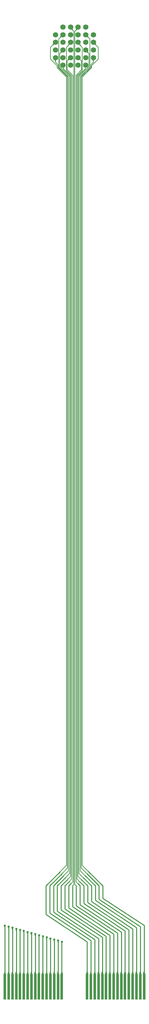
<source format=gbl>
G04*
G04 #@! TF.GenerationSoftware,Altium Limited,Altium Designer,26.1.1 (7)*
G04*
G04 Layer_Physical_Order=2*
G04 Layer_Color=16711680*
%FSLAX44Y44*%
%MOMM*%
G71*
G04*
G04 #@! TF.SameCoordinates,11DF8F28-643A-421D-AAF6-CDC362FA1963*
G04*
G04*
G04 #@! TF.FilePolarity,Positive*
G04*
G01*
G75*
%ADD10C,0.2540*%
%ADD12C,0.1270*%
%ADD13C,1.4000*%
%ADD14C,0.6000*%
%ADD15R,0.7000X4.0000*%
%ADD16C,0.7000*%
G36*
X1255913Y453206D02*
X1255743Y453049D01*
X1255592Y452876D01*
X1255458Y452686D01*
X1255341Y452480D01*
X1255243Y452257D01*
X1255163Y452017D01*
X1255100Y451761D01*
X1255056Y451488D01*
X1255029Y451199D01*
X1255020Y450893D01*
X1252480Y451123D01*
X1252473Y451427D01*
X1252450Y451718D01*
X1252412Y451995D01*
X1252359Y452258D01*
X1252292Y452507D01*
X1252209Y452743D01*
X1252111Y452965D01*
X1251998Y453173D01*
X1251870Y453367D01*
X1251727Y453548D01*
X1255913Y453206D01*
D02*
G37*
G36*
X1256438Y351068D02*
X1251062D01*
X1252480Y356988D01*
X1255020D01*
X1256438Y351068D01*
D02*
G37*
G36*
X1246438D02*
X1241062D01*
X1242480Y356988D01*
X1245020D01*
X1246438Y351068D01*
D02*
G37*
G36*
X1236438D02*
X1231062D01*
X1232480Y356988D01*
X1235020D01*
X1236438Y351068D01*
D02*
G37*
G36*
X1226439D02*
X1221062D01*
X1222480Y356988D01*
X1225020D01*
X1226439Y351068D01*
D02*
G37*
G36*
X1216439D02*
X1211062D01*
X1212480Y356988D01*
X1215020D01*
X1216439Y351068D01*
D02*
G37*
G36*
X1206439D02*
X1201062D01*
X1202480Y356988D01*
X1205020D01*
X1206439Y351068D01*
D02*
G37*
G36*
X1196439D02*
X1191062D01*
X1192480Y356988D01*
X1195020D01*
X1196439Y351068D01*
D02*
G37*
G36*
X1186439D02*
X1181062D01*
X1182480Y356988D01*
X1185020D01*
X1186439Y351068D01*
D02*
G37*
G36*
X1176439D02*
X1171062D01*
X1172480Y356988D01*
X1175020D01*
X1176439Y351068D01*
D02*
G37*
G36*
X1265020Y356988D02*
X1266438Y351068D01*
X1261062D01*
X1262480Y356988D01*
X1265020D01*
D02*
G37*
G36*
X1275020D02*
X1276438Y351068D01*
X1271062D01*
X1272480Y356988D01*
X1275020D01*
D02*
G37*
G36*
X1285020D02*
X1286438Y351068D01*
X1281062D01*
X1282480Y356988D01*
X1285020D01*
D02*
G37*
G36*
X1295020D02*
X1296438Y351068D01*
X1291062D01*
X1292480Y356988D01*
X1295020D01*
D02*
G37*
G36*
X1305020D02*
X1306438Y351068D01*
X1301062D01*
X1302480Y356988D01*
X1305020D01*
D02*
G37*
G36*
X1262480Y448321D02*
X1262473Y448626D01*
X1262413Y449193D01*
X1262361Y449457D01*
X1262294Y449707D01*
X1262213Y449943D01*
X1262116Y450166D01*
X1262005Y450375D01*
X1261879Y450570D01*
X1261737Y450752D01*
X1265920Y450367D01*
X1265749Y450212D01*
X1265596Y450041D01*
X1265461Y449852D01*
X1265344Y449647D01*
X1265245Y449425D01*
X1265164Y449186D01*
X1265101Y448930D01*
X1265056Y448658D01*
X1265029Y448369D01*
X1265020Y448063D01*
X1262480Y448321D01*
D02*
G37*
G36*
X1272480Y445521D02*
X1272473Y445825D01*
X1272414Y446393D01*
X1272363Y446657D01*
X1272297Y446907D01*
X1272217Y447144D01*
X1272121Y447367D01*
X1272012Y447577D01*
X1271887Y447773D01*
X1271748Y447956D01*
X1275926Y447529D01*
X1275754Y447375D01*
X1275600Y447205D01*
X1275464Y447018D01*
X1275346Y446814D01*
X1275247Y446593D01*
X1275165Y446355D01*
X1275102Y446100D01*
X1275056Y445828D01*
X1275029Y445539D01*
X1275020Y445233D01*
X1272480Y445521D01*
D02*
G37*
G36*
X1282480Y442720D02*
X1282473Y443024D01*
X1282415Y443593D01*
X1282365Y443857D01*
X1282300Y444108D01*
X1282220Y444345D01*
X1282127Y444569D01*
X1282019Y444779D01*
X1281896Y444977D01*
X1281759Y445160D01*
X1285933Y444690D01*
X1285759Y444539D01*
X1285604Y444371D01*
X1285467Y444185D01*
X1285349Y443982D01*
X1285248Y443762D01*
X1285166Y443525D01*
X1285102Y443270D01*
X1285056Y442999D01*
X1285029Y442710D01*
X1285020Y442403D01*
X1282480Y442720D01*
D02*
G37*
G36*
X1292480Y439920D02*
X1292473Y440225D01*
X1292416Y440793D01*
X1292366Y441058D01*
X1292303Y441309D01*
X1292224Y441547D01*
X1292132Y441771D01*
X1292026Y441982D01*
X1291905Y442180D01*
X1291770Y442365D01*
X1295939Y441852D01*
X1295764Y441703D01*
X1295608Y441536D01*
X1295470Y441352D01*
X1295351Y441150D01*
X1295250Y440931D01*
X1295167Y440695D01*
X1295103Y440441D01*
X1295057Y440169D01*
X1295029Y439880D01*
X1295020Y439574D01*
X1292480Y439920D01*
D02*
G37*
G36*
X1302480Y437121D02*
X1302473Y437425D01*
X1302417Y437994D01*
X1302368Y438259D01*
X1302305Y438510D01*
X1302229Y438749D01*
X1302138Y438974D01*
X1302033Y439185D01*
X1301915Y439384D01*
X1301782Y439570D01*
X1305945Y439014D01*
X1305769Y438867D01*
X1305612Y438702D01*
X1305473Y438519D01*
X1305353Y438319D01*
X1305251Y438101D01*
X1305168Y437865D01*
X1305103Y437612D01*
X1305057Y437341D01*
X1305029Y437052D01*
X1305020Y436745D01*
X1302480Y437121D01*
D02*
G37*
G36*
X1315020Y356561D02*
X1316438Y350640D01*
X1311062D01*
X1312480Y356561D01*
X1315020D01*
D02*
G37*
G36*
X1325020Y356988D02*
X1326438Y351068D01*
X1321062D01*
X1322480Y356988D01*
X1325020D01*
D02*
G37*
G36*
X1391933Y357108D02*
X1393351Y351187D01*
X1387975D01*
X1389393Y357108D01*
X1391933D01*
D02*
G37*
G36*
X1312480Y434322D02*
X1312473Y434627D01*
X1312418Y435196D01*
X1312370Y435461D01*
X1312308Y435712D01*
X1312233Y435951D01*
X1312144Y436176D01*
X1312041Y436389D01*
X1311924Y436588D01*
X1311794Y436774D01*
X1315951Y436176D01*
X1315774Y436031D01*
X1315616Y435868D01*
X1315476Y435687D01*
X1315355Y435488D01*
X1315253Y435271D01*
X1315169Y435036D01*
X1315104Y434783D01*
X1315057Y434512D01*
X1315029Y434223D01*
X1315020Y433917D01*
X1312480Y434322D01*
D02*
G37*
G36*
X1322480Y431524D02*
X1322473Y431828D01*
X1322419Y432398D01*
X1322372Y432663D01*
X1322311Y432915D01*
X1322237Y433154D01*
X1322150Y433380D01*
X1322048Y433593D01*
X1321934Y433793D01*
X1321806Y433980D01*
X1325956Y433338D01*
X1325778Y433195D01*
X1325619Y433033D01*
X1325479Y432854D01*
X1325357Y432656D01*
X1325254Y432440D01*
X1325170Y432206D01*
X1325104Y431954D01*
X1325057Y431683D01*
X1325029Y431395D01*
X1325020Y431088D01*
X1322480Y431524D01*
D02*
G37*
G36*
X1401933Y356680D02*
X1403351Y350760D01*
X1397975D01*
X1399393Y356680D01*
X1401933D01*
D02*
G37*
G36*
X1411933Y357108D02*
X1413351Y351187D01*
X1407975D01*
X1409393Y357108D01*
X1411933D01*
D02*
G37*
G36*
X1421933D02*
X1423351Y351187D01*
X1417975D01*
X1419393Y357108D01*
X1421933D01*
D02*
G37*
G36*
X1431933D02*
X1433351Y351187D01*
X1427975D01*
X1429393Y357108D01*
X1431933D01*
D02*
G37*
G36*
X1441933D02*
X1443351Y351187D01*
X1437975D01*
X1439393Y357108D01*
X1441933D01*
D02*
G37*
G36*
X1451933D02*
X1453351Y351187D01*
X1447975D01*
X1449393Y357108D01*
X1451933D01*
D02*
G37*
G36*
X1461933D02*
X1463351Y351187D01*
X1457975D01*
X1459393Y357108D01*
X1461933D01*
D02*
G37*
G36*
X1471933D02*
X1473351Y351187D01*
X1467975D01*
X1469393Y357108D01*
X1471933D01*
D02*
G37*
G36*
X1481933D02*
X1483351Y351187D01*
X1477975D01*
X1479393Y357108D01*
X1481933D01*
D02*
G37*
G36*
X1491933D02*
X1493351Y351187D01*
X1487975D01*
X1489393Y357108D01*
X1491933D01*
D02*
G37*
G36*
X1501933D02*
X1503351Y351187D01*
X1497975D01*
X1499393Y357108D01*
X1501933D01*
D02*
G37*
G36*
X1511933D02*
X1513351Y351187D01*
X1507975D01*
X1509393Y357108D01*
X1511933D01*
D02*
G37*
G36*
X1521933D02*
X1523351Y351187D01*
X1517975D01*
X1519393Y357108D01*
X1521933D01*
D02*
G37*
G36*
X1531933D02*
X1533351Y351187D01*
X1527975D01*
X1529393Y357108D01*
X1531933D01*
D02*
G37*
G36*
X1541933D02*
X1543351Y351187D01*
X1537975D01*
X1539393Y357108D01*
X1541933D01*
D02*
G37*
G36*
X1172480Y473550D02*
X1172472Y473855D01*
X1172447Y474145D01*
X1172405Y474420D01*
X1172347Y474680D01*
X1172273Y474925D01*
X1172181Y475155D01*
X1172074Y475370D01*
X1171949Y475570D01*
X1171808Y475756D01*
X1171650Y475926D01*
X1175850D01*
X1175693Y475756D01*
X1175551Y475570D01*
X1175427Y475370D01*
X1175319Y475155D01*
X1175228Y474925D01*
X1175153Y474680D01*
X1175095Y474420D01*
X1175053Y474145D01*
X1175029Y473855D01*
X1175020Y473550D01*
X1172480D01*
D02*
G37*
G36*
X1182480Y470745D02*
X1182472Y471050D01*
X1182447Y471340D01*
X1182406Y471615D01*
X1182349Y471876D01*
X1182275Y472122D01*
X1182185Y472352D01*
X1182078Y472568D01*
X1181955Y472770D01*
X1181815Y472956D01*
X1181659Y473128D01*
X1185859Y473085D01*
X1185699Y472916D01*
X1185557Y472733D01*
X1185431Y472534D01*
X1185322Y472320D01*
X1185230Y472090D01*
X1185154Y471846D01*
X1185096Y471586D01*
X1185054Y471312D01*
X1185029Y471022D01*
X1185020Y470717D01*
X1182480Y470745D01*
D02*
G37*
G36*
X1192480Y467941D02*
X1192472Y468246D01*
X1192448Y468536D01*
X1192407Y468811D01*
X1192350Y469072D01*
X1192277Y469318D01*
X1192188Y469550D01*
X1192082Y469767D01*
X1191960Y469969D01*
X1191822Y470157D01*
X1191668Y470330D01*
X1195867Y470245D01*
X1195706Y470078D01*
X1195562Y469895D01*
X1195435Y469697D01*
X1195325Y469484D01*
X1195232Y469256D01*
X1195156Y469012D01*
X1195096Y468753D01*
X1195054Y468479D01*
X1195029Y468189D01*
X1195020Y467884D01*
X1192480Y467941D01*
D02*
G37*
G36*
X1202480Y465137D02*
X1202472Y465441D01*
X1202448Y465732D01*
X1202408Y466007D01*
X1202352Y466269D01*
X1202279Y466515D01*
X1202191Y466748D01*
X1202087Y466966D01*
X1201966Y467169D01*
X1201830Y467358D01*
X1201677Y467533D01*
X1205875Y467405D01*
X1205713Y467239D01*
X1205567Y467058D01*
X1205439Y466862D01*
X1205328Y466650D01*
X1205234Y466422D01*
X1205157Y466179D01*
X1205097Y465920D01*
X1205054Y465646D01*
X1205029Y465356D01*
X1205020Y465051D01*
X1202480Y465137D01*
D02*
G37*
G36*
X1212480Y462333D02*
X1212472Y462638D01*
X1212448Y462928D01*
X1212409Y463204D01*
X1212353Y463465D01*
X1212282Y463713D01*
X1212195Y463946D01*
X1212091Y464165D01*
X1211972Y464369D01*
X1211837Y464559D01*
X1211687Y464735D01*
X1215883Y464565D01*
X1215719Y464401D01*
X1215573Y464221D01*
X1215443Y464026D01*
X1215331Y463815D01*
X1215236Y463588D01*
X1215158Y463346D01*
X1215098Y463088D01*
X1215055Y462814D01*
X1215029Y462524D01*
X1215020Y462219D01*
X1212480Y462333D01*
D02*
G37*
G36*
X1222480Y459530D02*
X1222472Y459834D01*
X1222449Y460125D01*
X1222410Y460401D01*
X1222355Y460663D01*
X1222284Y460911D01*
X1222198Y461144D01*
X1222096Y461364D01*
X1221979Y461570D01*
X1221845Y461761D01*
X1221696Y461938D01*
X1225891Y461724D01*
X1225726Y461562D01*
X1225577Y461384D01*
X1225447Y461190D01*
X1225334Y460980D01*
X1225238Y460754D01*
X1225159Y460513D01*
X1225098Y460255D01*
X1225055Y459981D01*
X1225029Y459692D01*
X1225020Y459386D01*
X1222480Y459530D01*
D02*
G37*
G36*
X1232480Y456727D02*
X1232472Y457031D01*
X1232449Y457322D01*
X1232411Y457598D01*
X1232356Y457861D01*
X1232287Y458109D01*
X1232202Y458344D01*
X1232101Y458564D01*
X1231985Y458770D01*
X1231853Y458963D01*
X1231706Y459141D01*
X1235899Y458885D01*
X1235732Y458724D01*
X1235582Y458548D01*
X1235451Y458355D01*
X1235336Y458146D01*
X1235240Y457921D01*
X1235161Y457680D01*
X1235099Y457423D01*
X1235055Y457150D01*
X1235029Y456861D01*
X1235020Y456555D01*
X1232480Y456727D01*
D02*
G37*
G36*
X1242480Y453925D02*
X1242472Y454229D01*
X1242449Y454520D01*
X1242411Y454796D01*
X1242358Y455059D01*
X1242289Y455308D01*
X1242205Y455543D01*
X1242106Y455764D01*
X1241991Y455971D01*
X1241862Y456165D01*
X1241717Y456345D01*
X1245906Y456045D01*
X1245738Y455887D01*
X1245587Y455712D01*
X1245454Y455520D01*
X1245339Y455313D01*
X1245241Y455089D01*
X1245162Y454849D01*
X1245100Y454592D01*
X1245055Y454319D01*
X1245029Y454030D01*
X1245020Y453724D01*
X1242480Y453925D01*
D02*
G37*
G36*
X1336166Y605586D02*
X1334947Y603885D01*
X1333567Y605265D01*
X1335268Y606484D01*
X1336166Y605586D01*
D02*
G37*
G36*
X1331166Y610587D02*
X1329947Y608886D01*
X1328567Y610265D01*
X1330268Y611484D01*
X1331166Y610587D01*
D02*
G37*
G36*
X1350734Y590154D02*
X1349515Y588453D01*
X1348135Y589833D01*
X1349836Y591052D01*
X1350734Y590154D01*
D02*
G37*
G36*
X1346234Y595654D02*
X1345015Y593954D01*
X1343635Y595333D01*
X1345336Y596553D01*
X1346234Y595654D01*
D02*
G37*
G36*
X1341166Y600587D02*
X1339947Y598886D01*
X1338567Y600265D01*
X1340268Y601484D01*
X1341166Y600587D01*
D02*
G37*
G36*
X1355916Y585336D02*
X1354696Y583631D01*
X1353313Y585014D01*
X1355018Y586234D01*
X1355916Y585336D01*
D02*
G37*
G36*
X1358898Y586234D02*
X1360603Y585014D01*
X1359220Y583631D01*
X1358000Y585336D01*
X1358898Y586234D01*
D02*
G37*
G36*
X1364080Y591052D02*
X1365781Y589833D01*
X1364401Y588453D01*
X1363182Y590154D01*
X1364080Y591052D01*
D02*
G37*
G36*
X1368580Y596553D02*
X1370281Y595333D01*
X1368901Y593954D01*
X1367682Y595654D01*
X1368580Y596553D01*
D02*
G37*
G36*
X1373648Y601484D02*
X1375349Y600265D01*
X1373969Y598886D01*
X1372750Y600587D01*
X1373648Y601484D01*
D02*
G37*
G36*
X1378648Y606484D02*
X1380349Y605265D01*
X1378969Y603885D01*
X1377750Y605586D01*
X1378648Y606484D01*
D02*
G37*
G36*
X1383648Y611484D02*
X1385349Y610265D01*
X1383969Y608886D01*
X1382750Y610587D01*
X1383648Y611484D01*
D02*
G37*
G36*
X1373513Y2751620D02*
X1372615Y2750721D01*
X1371296Y2751783D01*
X1372452Y2752939D01*
X1373513Y2751620D01*
D02*
G37*
G36*
X1343721Y2751070D02*
X1339508Y2748928D01*
X1338610Y2749826D01*
X1340751Y2754040D01*
X1343721Y2751070D01*
D02*
G37*
G36*
X1407593Y2746105D02*
X1406323D01*
X1404858Y2750599D01*
X1409058D01*
X1407593Y2746105D01*
D02*
G37*
G36*
X1309058Y2750599D02*
X1307593Y2746105D01*
X1306323Y2746105D01*
X1304858Y2750599D01*
X1309058Y2750599D01*
D02*
G37*
G36*
X1386995Y2730276D02*
X1386594Y2728276D01*
X1385324D01*
X1384944Y2730572D01*
X1386995Y2730276D01*
D02*
G37*
G36*
X1328593Y2728276D02*
X1327323D01*
X1326922Y2730276D01*
X1328972Y2730573D01*
X1328593Y2728276D01*
D02*
G37*
G36*
X1395031Y620583D02*
X1393651Y619203D01*
X1392432Y620904D01*
X1393330Y621802D01*
X1395031Y620583D01*
D02*
G37*
G36*
X1321484Y620904D02*
X1320265Y619203D01*
X1318885Y620583D01*
X1320586Y621802D01*
X1321484Y620904D01*
D02*
G37*
G36*
X1390099Y615515D02*
X1388719Y614136D01*
X1387500Y615836D01*
X1388398Y616735D01*
X1390099Y615515D01*
D02*
G37*
G36*
X1326416Y615836D02*
X1325197Y614136D01*
X1323817Y615515D01*
X1325518Y616735D01*
X1326416Y615836D01*
D02*
G37*
G36*
X1298610Y2789826D02*
X1300751Y2794040D01*
X1303721Y2791070D01*
X1299508Y2788928D01*
X1298610Y2789826D01*
D02*
G37*
G36*
X1319090Y2769306D02*
X1321110Y2773429D01*
X1324365Y2770775D01*
X1320079Y2768499D01*
X1319090Y2769306D01*
D02*
G37*
G36*
X1339620Y2788837D02*
X1341533Y2792852D01*
X1345042Y2790544D01*
X1340704Y2788125D01*
X1339620Y2788837D01*
D02*
G37*
G36*
X1318610Y2809826D02*
X1320751Y2814040D01*
X1323721Y2811070D01*
X1319508Y2808928D01*
X1318610Y2809826D01*
D02*
G37*
G36*
X1353212Y2828125D02*
X1348874Y2830544D01*
X1352383Y2832852D01*
X1354296Y2828837D01*
X1353212Y2828125D01*
D02*
G37*
G36*
X1373212Y2788125D02*
X1368875Y2790544D01*
X1372383Y2792852D01*
X1374296Y2788837D01*
X1373212Y2788125D01*
D02*
G37*
G36*
X1393837Y2768500D02*
X1389552Y2770775D01*
X1392806Y2773429D01*
X1394827Y2769306D01*
X1393837Y2768500D01*
D02*
G37*
G36*
X1414408Y2788928D02*
X1410195Y2791070D01*
X1413165Y2794040D01*
X1415306Y2789826D01*
X1414408Y2788928D01*
D02*
G37*
G36*
X1359621Y2828836D02*
X1361534Y2832852D01*
X1365042Y2830544D01*
X1360705Y2828124D01*
X1359621Y2828836D01*
D02*
G37*
G36*
X1394408Y2808928D02*
X1390195Y2811070D01*
X1393165Y2814040D01*
X1395306Y2809826D01*
X1394408Y2808928D01*
D02*
G37*
D10*
X1243750Y458118D02*
X1243964Y458332D01*
X1243750Y348826D02*
Y458118D01*
X1500663Y348946D02*
Y466789D01*
X1430663Y348946D02*
Y446838D01*
X1540663Y348946D02*
Y478188D01*
X1460663Y348946D02*
Y455388D01*
X1520663Y348946D02*
Y472488D01*
X1390663Y348946D02*
Y435438D01*
X1440663Y348946D02*
Y449688D01*
X1410663Y348946D02*
Y441139D01*
X1480663Y348946D02*
Y461088D01*
X1450663Y348946D02*
Y452538D01*
X1470663Y348946D02*
Y458238D01*
X1530663Y348946D02*
Y475338D01*
X1510663Y348946D02*
Y469638D01*
X1490663Y348946D02*
Y463938D01*
X1420663Y348946D02*
Y443988D01*
X1400663Y348519D02*
Y438289D01*
X1313750Y438169D02*
X1314177Y438596D01*
X1313750Y348399D02*
Y438169D01*
X1263750Y452418D02*
X1264025Y452693D01*
X1293750Y348826D02*
Y443869D01*
X1223750Y348826D02*
Y463818D01*
X1293750Y443869D02*
X1294116Y444235D01*
X1203750Y348826D02*
Y469519D01*
X1183750Y348826D02*
Y475218D01*
X1233750Y460968D02*
X1233933Y461151D01*
X1263750Y348826D02*
Y452418D01*
X1303750Y441019D02*
X1304147Y441415D01*
X1273750Y449568D02*
X1274055Y449874D01*
X1233750Y348826D02*
Y460968D01*
X1323750Y435318D02*
X1324208Y435776D01*
X1303750Y348826D02*
Y441019D01*
X1273750Y348826D02*
Y449568D01*
X1323750Y348826D02*
Y435318D01*
X1253750Y455268D02*
X1253994Y455513D01*
X1193750Y348826D02*
Y472368D01*
X1283750Y446718D02*
X1284086Y447054D01*
X1253750Y348826D02*
Y455268D01*
X1173750Y348826D02*
Y478068D01*
X1283750Y348826D02*
Y446718D01*
X1213750Y348826D02*
Y466669D01*
X1361958Y530082D02*
Y582276D01*
Y530082D02*
X1470663Y458238D01*
X1360484Y583750D02*
X1361958Y582276D01*
X1401958Y541360D02*
Y582276D01*
X1411958Y544180D02*
Y582276D01*
X1421958Y546999D02*
Y582276D01*
X1431958Y549819D02*
Y582276D01*
X1365666Y588568D02*
X1371958Y582276D01*
X1370166Y594069D02*
X1381958Y582277D01*
X1375234Y599000D02*
X1391958Y582276D01*
X1380234Y604000D02*
X1401958Y582276D01*
X1385234Y609000D02*
X1411958Y582276D01*
X1389984Y614250D02*
X1421958Y582276D01*
X1394916Y619318D02*
X1431958Y582276D01*
X1341958D02*
X1348250Y588568D01*
X1331958Y582276D02*
X1343750Y594068D01*
X1321958Y582276D02*
X1338682Y599000D01*
X1311958Y582276D02*
X1333682Y604000D01*
X1301958Y582276D02*
X1328682Y609000D01*
X1291958Y582276D02*
X1323932Y614250D01*
X1281958Y582276D02*
X1319000Y619318D01*
X1281958Y507527D02*
X1390663Y435438D01*
X1291958Y510346D02*
X1400235Y438716D01*
X1301958Y513166D02*
X1410663Y441139D01*
X1281958Y507527D02*
Y582276D01*
X1291958Y510346D02*
Y582276D01*
X1301958Y513166D02*
Y582276D01*
X1311958Y515985D02*
Y582276D01*
X1321958Y518805D02*
Y582276D01*
X1331958Y521624D02*
Y582276D01*
X1341958Y524443D02*
Y582276D01*
X1351958Y527263D02*
Y582276D01*
X1353432Y583750D01*
X1311958Y515985D02*
X1420663Y443988D01*
X1321958Y518805D02*
X1430663Y446838D01*
X1331958Y521624D02*
X1440663Y449688D01*
X1341958Y524443D02*
X1450663Y452538D01*
X1351958Y527263D02*
X1460663Y455388D01*
X1371958Y532902D02*
X1480663Y461088D01*
X1381958Y535721D02*
X1490663Y463938D01*
X1391958Y538541D02*
X1500663Y466788D01*
X1401958Y541360D02*
X1510663Y469638D01*
X1411958Y544180D02*
X1520663Y472488D01*
X1421958Y546999D02*
X1530663Y475338D01*
X1431958Y549819D02*
X1540663Y478189D01*
X1371958Y532902D02*
Y582276D01*
X1381958Y535721D02*
Y582277D01*
X1391958Y538541D02*
Y582277D01*
D12*
X1366958Y2835276D02*
Y2837276D01*
X1358323Y2826641D02*
X1366958Y2835276D01*
X1358323Y2733700D02*
Y2826641D01*
X1358355Y585880D02*
Y2733668D01*
X1358323Y2733700D02*
X1358355Y2733668D01*
Y585879D02*
X1360484Y583750D01*
X1361149Y593085D02*
X1365666Y588568D01*
X1363958Y600276D02*
X1370166Y594069D01*
X1353432Y583750D02*
X1355561Y585879D01*
X1348250Y588568D02*
X1352767Y593085D01*
X1343750Y594069D02*
X1349973Y600291D01*
X1338682Y599001D02*
X1347179Y607497D01*
X1333682Y604000D02*
X1344385Y614703D01*
X1328682Y609001D02*
X1341591Y621909D01*
X1323932Y614250D02*
X1338797Y629115D01*
X1319000Y619318D02*
X1336003Y636321D01*
X1344385Y614703D02*
Y2707637D01*
X1352767Y593086D02*
Y2710737D01*
X1349973Y600291D02*
Y2709471D01*
X1347179Y607497D02*
Y2709055D01*
X1355561Y585880D02*
Y2733668D01*
X1355593Y2733700D01*
X1341591Y621909D02*
Y2707221D01*
X1338797Y2704301D02*
X1338797Y629115D01*
X1336003Y636321D02*
Y2706388D01*
X1338797Y2704276D02*
Y2706805D01*
X1335958Y2723487D02*
X1349973Y2709471D01*
X1338228Y2725276D02*
X1352767Y2710737D01*
X1366737Y607497D02*
X1375234Y599001D01*
X1369531Y614703D02*
X1380234Y604000D01*
X1372325Y621909D02*
X1385234Y609001D01*
X1375119Y629115D02*
X1389984Y614250D01*
X1377913Y636321D02*
X1394916Y619318D01*
X1361149Y593086D02*
Y2710737D01*
X1363943Y2709276D02*
X1363943Y600276D01*
X1366737Y607497D02*
Y2709055D01*
X1369531Y614703D02*
Y2707637D01*
X1372325Y621909D02*
Y2707221D01*
X1375119Y629115D02*
X1375119Y2704301D01*
X1402404Y2730879D02*
Y2735722D01*
X1377913Y2706388D02*
X1402404Y2730879D01*
X1366737Y2709055D02*
X1385959Y2728276D01*
X1375119Y2706805D02*
X1400134Y2731819D01*
X1372325Y2707221D02*
X1397864Y2732759D01*
X1369531Y2707637D02*
X1395594Y2733700D01*
X1385959Y2728276D02*
Y2728641D01*
Y2728276D02*
Y2736277D01*
X1400134Y2731819D02*
Y2738452D01*
X1311513Y2730879D02*
Y2735722D01*
Y2730879D02*
X1336003Y2706388D01*
X1327958Y2728276D02*
X1347179Y2709055D01*
X1313783Y2731819D02*
X1338797Y2706805D01*
X1316053Y2732759D02*
X1341591Y2707221D01*
X1318323Y2733700D02*
X1344385Y2707637D01*
X1327958Y2728276D02*
Y2728641D01*
Y2728276D02*
Y2736277D01*
X1377913Y636321D02*
Y2706388D01*
X1375119Y2704276D02*
Y2706805D01*
X1363943Y2709276D02*
Y2709471D01*
X1377959Y2723487D01*
X1361149Y2710737D02*
X1375689Y2725276D01*
X1313783Y2731819D02*
Y2738452D01*
X1326958Y2737276D02*
X1327958Y2736277D01*
X1385959Y2736277D02*
X1386958Y2737276D01*
X1375689Y2725276D02*
Y2748546D01*
X1338228Y2725276D02*
Y2748546D01*
X1316053Y2732759D02*
Y2749635D01*
X1397864Y2732759D02*
Y2749635D01*
X1306958Y2745276D02*
X1313783Y2738452D01*
X1400134D02*
X1406959Y2745276D01*
X1318323Y2733700D02*
Y2750576D01*
X1395594Y2733700D02*
Y2750576D01*
X1402404Y2735722D02*
X1419959Y2753276D01*
X1293958D02*
Y2784276D01*
Y2753276D02*
X1311513Y2735722D01*
X1306958Y2745276D02*
Y2757276D01*
X1306958Y2757276D01*
X1315958Y2749730D02*
X1316053Y2749635D01*
X1318228Y2750670D02*
Y2767546D01*
Y2750670D02*
X1318323Y2750576D01*
X1335958Y2723487D02*
Y2784276D01*
X1338228Y2748546D02*
X1346958Y2757276D01*
X1346958D01*
X1366958D02*
X1366958D01*
X1373064Y2751170D01*
X1373064D01*
X1375689Y2748546D01*
X1377959Y2723487D02*
Y2784276D01*
X1395594Y2750576D02*
X1395689Y2750670D01*
Y2767546D01*
X1397864Y2749635D02*
X1397959Y2749730D01*
X1406958Y2745277D02*
Y2757276D01*
Y2745277D02*
X1406959Y2745276D01*
X1419959Y2753276D02*
Y2784276D01*
X1293958D02*
X1306958Y2797276D01*
X1315958Y2749730D02*
Y2806277D01*
X1318228Y2767546D02*
X1326958Y2776277D01*
Y2777276D01*
X1335958Y2784276D02*
X1346958Y2795276D01*
Y2797276D01*
X1355593Y2733700D02*
Y2826641D01*
X1366958Y2795277D02*
Y2797276D01*
Y2795277D02*
X1377959Y2784276D01*
X1386958Y2776277D02*
Y2777276D01*
Y2776277D02*
X1395689Y2767546D01*
X1397959Y2749730D02*
Y2806277D01*
X1406958Y2797276D02*
X1419958Y2784276D01*
X1419959D01*
X1306958Y2797276D02*
X1306958D01*
X1315958Y2806277D02*
X1326958Y2817276D01*
X1346958Y2835276D02*
Y2837276D01*
Y2835276D02*
X1355593Y2826641D01*
X1386958Y2817276D02*
X1397958Y2806277D01*
X1397959D01*
D13*
X1306958Y2817276D02*
D03*
Y2777276D02*
D03*
Y2757276D02*
D03*
X1326958Y2737276D02*
D03*
Y2757276D02*
D03*
Y2777276D02*
D03*
Y2797276D02*
D03*
Y2817276D02*
D03*
X1326958Y2837276D02*
D03*
X1346958Y2737276D02*
D03*
Y2757276D02*
D03*
Y2777276D02*
D03*
Y2797276D02*
D03*
Y2817276D02*
D03*
Y2837276D02*
D03*
X1366958Y2737276D02*
D03*
Y2757276D02*
D03*
Y2777276D02*
D03*
Y2797276D02*
D03*
Y2817276D02*
D03*
Y2837276D02*
D03*
X1386958Y2737276D02*
D03*
Y2757276D02*
D03*
Y2777276D02*
D03*
Y2797276D02*
D03*
Y2817276D02*
D03*
Y2837276D02*
D03*
X1406958Y2777276D02*
D03*
Y2757276D02*
D03*
Y2817276D02*
D03*
Y2797276D02*
D03*
X1306958D02*
D03*
D14*
X1243964Y458332D02*
D03*
X1324208Y435776D02*
D03*
X1314177Y438596D02*
D03*
X1304147Y441415D02*
D03*
X1294116Y444235D02*
D03*
X1284086Y447054D02*
D03*
X1274055Y449874D02*
D03*
X1264025Y452693D02*
D03*
X1253994Y455513D02*
D03*
X1233933Y461151D02*
D03*
X1173750Y478068D02*
D03*
X1193811Y472429D02*
D03*
X1203842Y469610D02*
D03*
X1223903Y463971D02*
D03*
X1213872Y466791D02*
D03*
X1183781Y475249D02*
D03*
D15*
X1420663Y303620D02*
D03*
X1390663D02*
D03*
X1480663D02*
D03*
X1450663D02*
D03*
X1510663D02*
D03*
X1440663D02*
D03*
X1410663D02*
D03*
X1500663D02*
D03*
X1540663D02*
D03*
X1470663D02*
D03*
X1400663D02*
D03*
X1460663D02*
D03*
X1530663D02*
D03*
X1430663D02*
D03*
X1490663D02*
D03*
X1520663D02*
D03*
X1243750Y303500D02*
D03*
X1183750D02*
D03*
X1323750D02*
D03*
X1303750D02*
D03*
X1273750D02*
D03*
X1213750D02*
D03*
X1313750D02*
D03*
X1283750D02*
D03*
X1253750D02*
D03*
X1193750D02*
D03*
X1223750D02*
D03*
X1293750D02*
D03*
X1233750D02*
D03*
X1263750D02*
D03*
X1203750D02*
D03*
X1173750D02*
D03*
D16*
X1243750D02*
Y348826D01*
X1540663Y303620D02*
Y348946D01*
X1530663Y303620D02*
Y348946D01*
X1520663Y303620D02*
Y348946D01*
X1510663Y303620D02*
Y348946D01*
X1500663Y303620D02*
Y348946D01*
X1490663Y303620D02*
Y348946D01*
X1480663Y303620D02*
Y348946D01*
X1470663Y303620D02*
Y348946D01*
X1460663Y303620D02*
Y348946D01*
X1450663Y303620D02*
Y348946D01*
X1440663Y303620D02*
Y348946D01*
X1430663Y303620D02*
Y348946D01*
X1420663Y303620D02*
Y348946D01*
X1410663Y303620D02*
Y348946D01*
X1400663Y303620D02*
Y348519D01*
X1390663Y303620D02*
Y348946D01*
X1323750Y303500D02*
Y348826D01*
X1313750Y303500D02*
Y348399D01*
X1303750Y303500D02*
Y348826D01*
X1293750Y303500D02*
Y348826D01*
X1283750Y303500D02*
Y348826D01*
X1273750Y303500D02*
Y348826D01*
X1263750Y303500D02*
Y348826D01*
X1253750Y303500D02*
Y348826D01*
X1233750Y303500D02*
Y348826D01*
X1223750Y303500D02*
Y348826D01*
X1213750Y303500D02*
Y348826D01*
X1203750Y303500D02*
Y348826D01*
X1193750Y303500D02*
Y348826D01*
X1183750Y303500D02*
Y348826D01*
X1173750Y303500D02*
Y348826D01*
M02*

</source>
